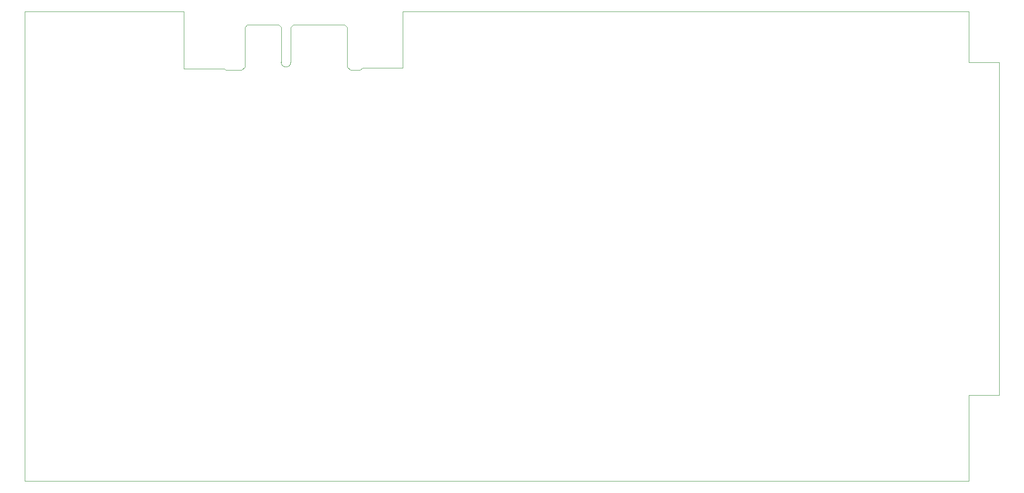
<source format=gbr>
%TF.GenerationSoftware,KiCad,Pcbnew,8.0.5*%
%TF.CreationDate,2024-11-08T09:24:58+00:00*%
%TF.ProjectId,Main_V44,4d61696e-5f56-4343-942e-6b696361645f,rev?*%
%TF.SameCoordinates,Original*%
%TF.FileFunction,Profile,NP*%
%FSLAX46Y46*%
G04 Gerber Fmt 4.6, Leading zero omitted, Abs format (unit mm)*
G04 Created by KiCad (PCBNEW 8.0.5) date 2024-11-08 09:24:58*
%MOMM*%
%LPD*%
G01*
G04 APERTURE LIST*
%TA.AperFunction,Profile*%
%ADD10C,0.100000*%
%TD*%
G04 APERTURE END LIST*
D10*
X63900000Y5050000D02*
X64520000Y4430000D01*
X39830000Y4430000D02*
X39550000Y4710000D01*
X187000000Y16000000D02*
X187000000Y6000000D01*
X31550000Y4710000D02*
X31550000Y16000000D01*
X64520000Y4430000D02*
X66450000Y4430000D01*
X193000000Y6000000D02*
X187000000Y6000000D01*
X187000000Y-77000000D02*
X0Y-77000000D01*
X0Y16000000D02*
X31550000Y16000000D01*
X74920000Y4900000D02*
X74920000Y16000000D01*
X42980000Y4430000D02*
X39830000Y4430000D01*
X187000000Y16000000D02*
X149000000Y16000000D01*
X74920000Y16000000D02*
X149000000Y16000000D01*
X193000000Y6000000D02*
X193000000Y-60000000D01*
X0Y16000000D02*
X0Y0D01*
X0Y-77000000D02*
X0Y0D01*
X66450000Y4430000D02*
X66920000Y4900000D01*
X31550000Y4710000D02*
X39550000Y4710000D01*
X43600000Y5050000D02*
X42980000Y4430000D01*
X187000000Y-60000000D02*
X193000000Y-60000000D01*
X66920000Y4900000D02*
X74920000Y4900000D01*
X187000000Y-60000000D02*
X187000000Y-77000000D01*
%TO.C,J7*%
X52700000Y6000000D02*
X52700000Y12950000D01*
X63400000Y13450000D02*
X53200000Y13450000D01*
X50800000Y6000000D02*
X50800000Y12950000D01*
X50300000Y13450000D02*
X44100000Y13450000D01*
X52700000Y12950000D02*
X53200000Y13450000D01*
X63900000Y12950000D02*
X63400000Y13450000D01*
X63900000Y5050000D02*
X63900000Y12950000D01*
X50800000Y12950000D02*
X50300000Y13450000D01*
X43600000Y12950000D02*
X44100000Y13450000D01*
X43600000Y5050000D02*
X43600000Y12950000D01*
X52700000Y6000000D02*
G75*
G02*
X50800000Y6000000I-950000J0D01*
G01*
%TD*%
M02*

</source>
